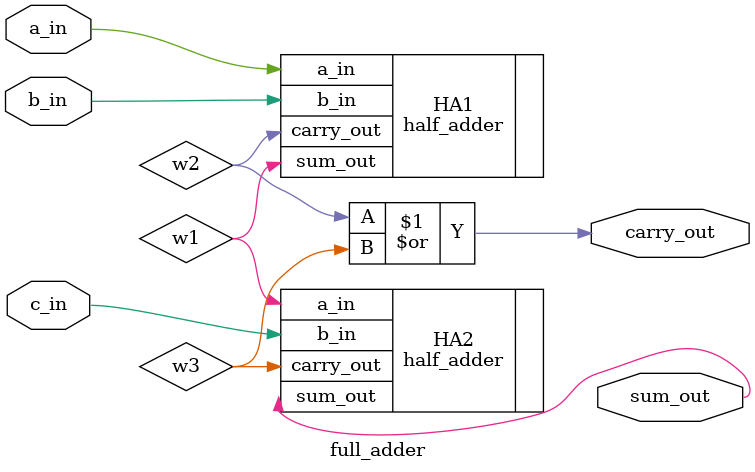
<source format=v>
/********************************************************************************************

Webpage: https://github.com/vigneshi5617

Filename:	full_adder.v   

Description:	full adder design 

Date:		01/16/2022

Author:		Vignesh Anand

Email:		vigneshi5617@gmail.com

Version:	1.0

*********************************************************************************************/

`include  "half_adder.v"
module full_adder(a_in,
	          b_in,
		  c_in,
		  sum_out,
		  carry_out);
 // Step 1. Write down the directions for the ports	 
  input a_in,b_in,c_in;
  output sum_out,carry_out;

 // Step 2. Declare the internal wires 
  wire w1,w2,w3;

   // Step 3. Instantiate two Half-Adders

  half_adder HA1(.a_in(a_in) , .b_in(b_in) , .sum_out(w1) , .carry_out(w2));

//We are defining a explicit port connection in here

  half_adder HA2(.a_in(w1) , .b_in(c_in) , .sum_out(sum_out), .carry_out(w3));


 // Step 4. Instantiate the OR gate
  or or1(carry_out,w2,w3);

 endmodule 

  
</source>
